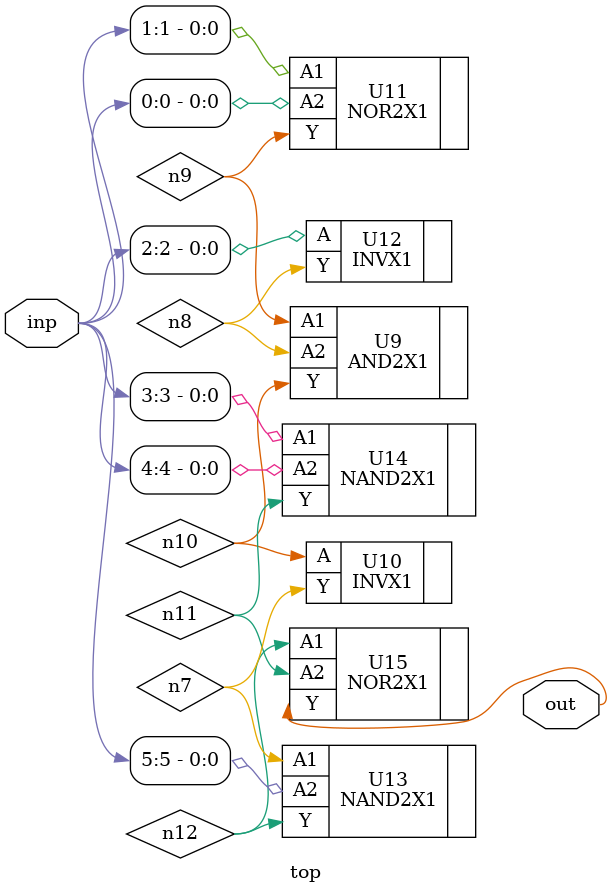
<source format=sv>


module top ( inp, out );
  input [5:0] inp;
  output out;
  wire   n7, n8, n9, n10, n11, n12;

  AND2X1 U9 ( .A1(n9), .A2(n8), .Y(n10) );
  INVX1 U10 ( .A(n10), .Y(n7) );
  NOR2X1 U11 ( .A1(inp[1]), .A2(inp[0]), .Y(n9) );
  INVX1 U12 ( .A(inp[2]), .Y(n8) );
  NAND2X1 U13 ( .A1(n7), .A2(inp[5]), .Y(n12) );
  NAND2X1 U14 ( .A1(inp[3]), .A2(inp[4]), .Y(n11) );
  NOR2X1 U15 ( .A1(n12), .A2(n11), .Y(out) );
endmodule


</source>
